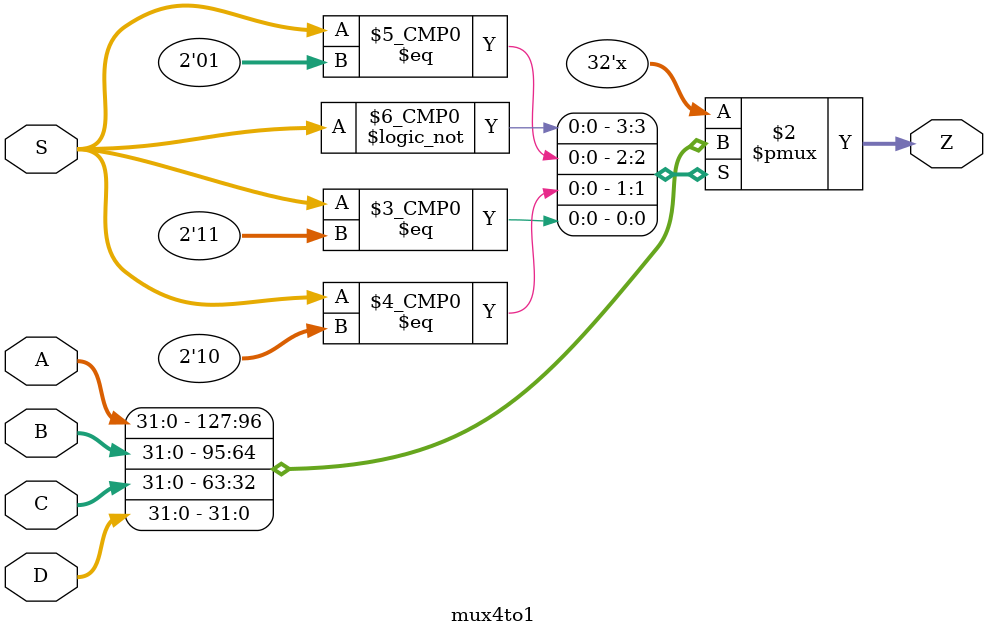
<source format=v>


// The result of translation follows.  Its copyright status should be
// considered unchanged from the original VHDL.

// no timescale needed

module mux4to1(
input wire [N - 1:0] A,
input wire [N - 1:0] B,
input wire [N - 1:0] C,
input wire [N - 1:0] D,
input wire [1:0] S,
output reg [N - 1:0] Z
);

parameter [31:0] N = 32;




  always @(S, A, B, C, D) begin
    case(S)
    2'b00 : begin
      Z <= A;
    end
    2'b01 : begin
      Z <= B;
    end
    2'b10 : begin
      Z <= C;
    end
    2'b11 : begin
      Z <= D;
    end
    default : begin
      Z <= A;
    end
    endcase
  end


endmodule

</source>
